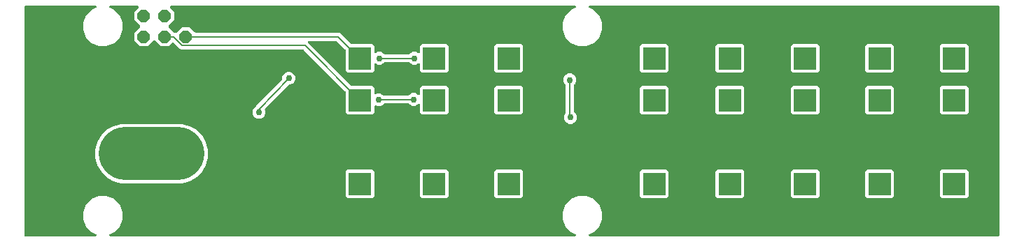
<source format=gbr>
G04 EAGLE Gerber X2 export*
%TF.Part,Single*%
%TF.FileFunction,Copper,L2,Bot,Mixed*%
%TF.FilePolarity,Positive*%
%TF.GenerationSoftware,Autodesk,EAGLE,8.6.0*%
%TF.CreationDate,2018-06-26T05:58:37Z*%
G75*
%MOMM*%
%FSLAX34Y34*%
%LPD*%
%AMOC8*
5,1,8,0,0,1.08239X$1,22.5*%
G01*
%ADD10R,2.670000X2.670000*%
%ADD11C,6.416000*%
%ADD12P,1.649562X8X22.500000*%
%ADD13C,0.756400*%
%ADD14C,0.203200*%

G36*
X26174Y10169D02*
X26174Y10169D01*
X26244Y10168D01*
X26331Y10189D01*
X26420Y10201D01*
X26485Y10226D01*
X26553Y10243D01*
X26632Y10285D01*
X26716Y10318D01*
X26772Y10359D01*
X26834Y10391D01*
X26901Y10452D01*
X26973Y10504D01*
X27018Y10558D01*
X27069Y10605D01*
X27119Y10680D01*
X27176Y10749D01*
X27206Y10813D01*
X27244Y10871D01*
X27273Y10956D01*
X27312Y11037D01*
X27325Y11106D01*
X27347Y11172D01*
X27354Y11261D01*
X27371Y11349D01*
X27367Y11419D01*
X27373Y11489D01*
X27357Y11577D01*
X27352Y11667D01*
X27330Y11733D01*
X27318Y11802D01*
X27281Y11884D01*
X27254Y11969D01*
X27216Y12028D01*
X27188Y12092D01*
X27132Y12162D01*
X27083Y12238D01*
X27033Y12286D01*
X26989Y12340D01*
X26917Y12395D01*
X26852Y12456D01*
X26791Y12490D01*
X26735Y12532D01*
X26590Y12603D01*
X21456Y14729D01*
X14729Y21456D01*
X11089Y30244D01*
X11089Y39756D01*
X14729Y48544D01*
X21456Y55271D01*
X30244Y58911D01*
X39756Y58911D01*
X48544Y55271D01*
X55271Y48544D01*
X58911Y39756D01*
X58911Y30244D01*
X55271Y21456D01*
X48544Y14729D01*
X43410Y12603D01*
X43349Y12568D01*
X43284Y12542D01*
X43211Y12490D01*
X43133Y12445D01*
X43083Y12397D01*
X43027Y12356D01*
X42969Y12286D01*
X42905Y12224D01*
X42869Y12164D01*
X42824Y12111D01*
X42786Y12029D01*
X42739Y11953D01*
X42718Y11886D01*
X42688Y11823D01*
X42672Y11735D01*
X42645Y11649D01*
X42642Y11579D01*
X42629Y11510D01*
X42634Y11421D01*
X42630Y11331D01*
X42644Y11263D01*
X42648Y11193D01*
X42676Y11108D01*
X42694Y11020D01*
X42725Y10957D01*
X42746Y10891D01*
X42794Y10815D01*
X42834Y10734D01*
X42879Y10681D01*
X42917Y10622D01*
X42982Y10560D01*
X43040Y10492D01*
X43097Y10452D01*
X43148Y10404D01*
X43227Y10361D01*
X43300Y10309D01*
X43366Y10284D01*
X43427Y10250D01*
X43514Y10228D01*
X43598Y10196D01*
X43667Y10188D01*
X43735Y10171D01*
X43895Y10161D01*
X606105Y10161D01*
X606174Y10169D01*
X606244Y10168D01*
X606331Y10189D01*
X606420Y10201D01*
X606485Y10226D01*
X606553Y10243D01*
X606632Y10285D01*
X606716Y10318D01*
X606772Y10359D01*
X606834Y10391D01*
X606901Y10452D01*
X606973Y10504D01*
X607018Y10558D01*
X607069Y10605D01*
X607119Y10680D01*
X607176Y10749D01*
X607206Y10813D01*
X607244Y10871D01*
X607273Y10956D01*
X607312Y11037D01*
X607325Y11106D01*
X607347Y11172D01*
X607354Y11261D01*
X607371Y11349D01*
X607367Y11419D01*
X607373Y11489D01*
X607357Y11577D01*
X607352Y11667D01*
X607330Y11733D01*
X607318Y11802D01*
X607281Y11884D01*
X607254Y11969D01*
X607216Y12028D01*
X607188Y12092D01*
X607132Y12162D01*
X607083Y12238D01*
X607033Y12286D01*
X606989Y12340D01*
X606917Y12395D01*
X606852Y12456D01*
X606791Y12490D01*
X606735Y12532D01*
X606590Y12603D01*
X601456Y14729D01*
X594729Y21456D01*
X591089Y30244D01*
X591089Y39756D01*
X594729Y48544D01*
X601456Y55271D01*
X610244Y58911D01*
X619756Y58911D01*
X628544Y55271D01*
X635271Y48544D01*
X638911Y39756D01*
X638911Y30244D01*
X635271Y21456D01*
X628544Y14729D01*
X623410Y12603D01*
X623349Y12568D01*
X623284Y12542D01*
X623211Y12490D01*
X623133Y12445D01*
X623083Y12397D01*
X623027Y12356D01*
X622969Y12286D01*
X622905Y12224D01*
X622869Y12164D01*
X622824Y12111D01*
X622786Y12029D01*
X622739Y11953D01*
X622718Y11886D01*
X622688Y11823D01*
X622672Y11735D01*
X622645Y11649D01*
X622642Y11579D01*
X622629Y11510D01*
X622634Y11421D01*
X622630Y11331D01*
X622644Y11263D01*
X622648Y11193D01*
X622676Y11108D01*
X622694Y11020D01*
X622725Y10957D01*
X622746Y10891D01*
X622794Y10815D01*
X622834Y10734D01*
X622879Y10681D01*
X622917Y10622D01*
X622982Y10560D01*
X623040Y10492D01*
X623097Y10452D01*
X623148Y10404D01*
X623227Y10361D01*
X623300Y10309D01*
X623366Y10284D01*
X623427Y10250D01*
X623514Y10228D01*
X623598Y10196D01*
X623667Y10188D01*
X623735Y10171D01*
X623895Y10161D01*
X1118570Y10161D01*
X1118688Y10176D01*
X1118807Y10183D01*
X1118845Y10196D01*
X1118886Y10201D01*
X1118996Y10244D01*
X1119109Y10281D01*
X1119144Y10303D01*
X1119181Y10318D01*
X1119277Y10387D01*
X1119378Y10451D01*
X1119406Y10481D01*
X1119439Y10504D01*
X1119515Y10596D01*
X1119596Y10683D01*
X1119616Y10718D01*
X1119641Y10749D01*
X1119692Y10857D01*
X1119750Y10961D01*
X1119760Y11001D01*
X1119777Y11037D01*
X1119799Y11154D01*
X1119829Y11269D01*
X1119833Y11329D01*
X1119837Y11349D01*
X1119835Y11370D01*
X1119839Y11430D01*
X1119839Y288570D01*
X1119824Y288688D01*
X1119817Y288807D01*
X1119804Y288845D01*
X1119799Y288886D01*
X1119756Y288996D01*
X1119719Y289109D01*
X1119697Y289144D01*
X1119682Y289181D01*
X1119613Y289277D01*
X1119549Y289378D01*
X1119519Y289406D01*
X1119496Y289439D01*
X1119404Y289515D01*
X1119317Y289596D01*
X1119282Y289616D01*
X1119251Y289641D01*
X1119143Y289692D01*
X1119039Y289750D01*
X1118999Y289760D01*
X1118963Y289777D01*
X1118846Y289799D01*
X1118731Y289829D01*
X1118671Y289833D01*
X1118651Y289837D01*
X1118630Y289835D01*
X1118570Y289839D01*
X623895Y289839D01*
X623826Y289831D01*
X623756Y289832D01*
X623669Y289811D01*
X623580Y289799D01*
X623515Y289774D01*
X623447Y289757D01*
X623368Y289715D01*
X623284Y289682D01*
X623228Y289641D01*
X623166Y289609D01*
X623099Y289548D01*
X623027Y289496D01*
X622982Y289442D01*
X622931Y289395D01*
X622881Y289320D01*
X622824Y289251D01*
X622794Y289187D01*
X622756Y289129D01*
X622727Y289044D01*
X622688Y288963D01*
X622675Y288894D01*
X622653Y288828D01*
X622646Y288739D01*
X622629Y288651D01*
X622633Y288581D01*
X622627Y288511D01*
X622643Y288423D01*
X622648Y288333D01*
X622670Y288267D01*
X622682Y288198D01*
X622719Y288116D01*
X622746Y288031D01*
X622784Y287972D01*
X622812Y287908D01*
X622868Y287838D01*
X622917Y287762D01*
X622967Y287714D01*
X623011Y287660D01*
X623083Y287605D01*
X623148Y287544D01*
X623209Y287510D01*
X623265Y287468D01*
X623410Y287397D01*
X628544Y285271D01*
X635271Y278544D01*
X638911Y269756D01*
X638911Y260244D01*
X635271Y251456D01*
X628544Y244729D01*
X619756Y241089D01*
X610244Y241089D01*
X601456Y244729D01*
X594729Y251456D01*
X591089Y260244D01*
X591089Y269756D01*
X594729Y278544D01*
X601456Y285271D01*
X606590Y287397D01*
X606651Y287432D01*
X606716Y287458D01*
X606789Y287510D01*
X606867Y287555D01*
X606917Y287603D01*
X606973Y287644D01*
X607031Y287714D01*
X607095Y287776D01*
X607131Y287836D01*
X607176Y287889D01*
X607214Y287971D01*
X607261Y288047D01*
X607282Y288114D01*
X607312Y288177D01*
X607328Y288265D01*
X607355Y288351D01*
X607358Y288421D01*
X607371Y288490D01*
X607366Y288579D01*
X607370Y288669D01*
X607356Y288737D01*
X607352Y288807D01*
X607324Y288892D01*
X607306Y288980D01*
X607275Y289043D01*
X607254Y289109D01*
X607206Y289185D01*
X607166Y289266D01*
X607121Y289319D01*
X607083Y289378D01*
X607018Y289440D01*
X606960Y289508D01*
X606903Y289548D01*
X606852Y289596D01*
X606773Y289639D01*
X606700Y289691D01*
X606634Y289716D01*
X606573Y289750D01*
X606486Y289772D01*
X606402Y289804D01*
X606333Y289812D01*
X606265Y289829D01*
X606105Y289839D01*
X117359Y289839D01*
X117222Y289822D01*
X117083Y289809D01*
X117064Y289802D01*
X117044Y289799D01*
X116915Y289748D01*
X116784Y289701D01*
X116767Y289690D01*
X116748Y289682D01*
X116635Y289601D01*
X116520Y289523D01*
X116507Y289507D01*
X116491Y289496D01*
X116402Y289388D01*
X116310Y289284D01*
X116301Y289266D01*
X116288Y289251D01*
X116229Y289125D01*
X116165Y289001D01*
X116161Y288981D01*
X116152Y288963D01*
X116126Y288827D01*
X116096Y288691D01*
X116096Y288670D01*
X116092Y288651D01*
X116101Y288512D01*
X116105Y288373D01*
X116111Y288353D01*
X116112Y288333D01*
X116155Y288201D01*
X116194Y288067D01*
X116204Y288050D01*
X116210Y288031D01*
X116285Y287913D01*
X116355Y287793D01*
X116374Y287772D01*
X116380Y287762D01*
X116395Y287748D01*
X116462Y287673D01*
X121621Y282513D01*
X121621Y272887D01*
X114632Y265897D01*
X114559Y265803D01*
X114480Y265714D01*
X114462Y265678D01*
X114437Y265646D01*
X114389Y265537D01*
X114335Y265431D01*
X114326Y265392D01*
X114310Y265354D01*
X114292Y265237D01*
X114266Y265121D01*
X114267Y265080D01*
X114261Y265040D01*
X114272Y264922D01*
X114275Y264803D01*
X114287Y264764D01*
X114290Y264724D01*
X114331Y264611D01*
X114364Y264497D01*
X114384Y264462D01*
X114398Y264424D01*
X114465Y264326D01*
X114525Y264223D01*
X114565Y264178D01*
X114577Y264161D01*
X114592Y264148D01*
X114632Y264102D01*
X121314Y257420D01*
X121322Y257414D01*
X121327Y257407D01*
X121447Y257317D01*
X121565Y257225D01*
X121574Y257221D01*
X121581Y257216D01*
X121726Y257145D01*
X122417Y256859D01*
X122445Y256851D01*
X122471Y256838D01*
X122598Y256809D01*
X122723Y256775D01*
X122753Y256774D01*
X122782Y256768D01*
X122911Y256772D01*
X123041Y256770D01*
X123070Y256777D01*
X123099Y256778D01*
X123224Y256814D01*
X123351Y256844D01*
X123377Y256858D01*
X123405Y256866D01*
X123517Y256932D01*
X123632Y256993D01*
X123653Y257013D01*
X123679Y257028D01*
X123800Y257134D01*
X130587Y263921D01*
X140213Y263921D01*
X146446Y257688D01*
X146524Y257628D01*
X146596Y257560D01*
X146649Y257531D01*
X146697Y257494D01*
X146788Y257454D01*
X146875Y257406D01*
X146933Y257391D01*
X146989Y257367D01*
X147087Y257352D01*
X147182Y257327D01*
X147283Y257321D01*
X147303Y257317D01*
X147315Y257319D01*
X147343Y257317D01*
X320898Y257317D01*
X322742Y256553D01*
X324332Y254963D01*
X335372Y243922D01*
X335451Y243862D01*
X335523Y243794D01*
X335576Y243765D01*
X335624Y243728D01*
X335714Y243688D01*
X335801Y243640D01*
X335860Y243625D01*
X335915Y243601D01*
X336013Y243586D01*
X336109Y243561D01*
X336209Y243555D01*
X336229Y243551D01*
X336242Y243553D01*
X336270Y243551D01*
X361007Y243551D01*
X363351Y241207D01*
X363351Y234078D01*
X363357Y234029D01*
X363355Y233979D01*
X363377Y233872D01*
X363391Y233763D01*
X363409Y233716D01*
X363419Y233668D01*
X363467Y233569D01*
X363508Y233467D01*
X363537Y233427D01*
X363559Y233382D01*
X363630Y233299D01*
X363694Y233210D01*
X363733Y233178D01*
X363765Y233140D01*
X363855Y233077D01*
X363939Y233007D01*
X363984Y232986D01*
X364025Y232957D01*
X364128Y232918D01*
X364227Y232871D01*
X364276Y232862D01*
X364322Y232844D01*
X364432Y232832D01*
X364539Y232811D01*
X364589Y232815D01*
X364638Y232809D01*
X364747Y232824D01*
X364857Y232831D01*
X364904Y232847D01*
X364953Y232853D01*
X365106Y232906D01*
X367827Y234033D01*
X370923Y234033D01*
X373784Y232848D01*
X374993Y231638D01*
X375071Y231578D01*
X375143Y231510D01*
X375196Y231481D01*
X375244Y231444D01*
X375335Y231404D01*
X375422Y231356D01*
X375480Y231341D01*
X375536Y231317D01*
X375634Y231302D01*
X375730Y231277D01*
X375830Y231271D01*
X375850Y231267D01*
X375862Y231269D01*
X375890Y231267D01*
X405360Y231267D01*
X405458Y231279D01*
X405557Y231282D01*
X405615Y231299D01*
X405675Y231307D01*
X405767Y231343D01*
X405862Y231371D01*
X405915Y231401D01*
X405971Y231424D01*
X406051Y231482D01*
X406136Y231532D01*
X406212Y231598D01*
X406228Y231610D01*
X406236Y231620D01*
X406257Y231638D01*
X407466Y232848D01*
X410327Y234033D01*
X413423Y234033D01*
X416284Y232848D01*
X416482Y232649D01*
X416562Y232587D01*
X416631Y232523D01*
X416664Y232504D01*
X416699Y232475D01*
X416718Y232466D01*
X416734Y232454D01*
X416834Y232411D01*
X416909Y232369D01*
X416942Y232361D01*
X416987Y232339D01*
X417007Y232336D01*
X417026Y232328D01*
X417141Y232309D01*
X417217Y232290D01*
X417262Y232287D01*
X417300Y232280D01*
X417320Y232281D01*
X417340Y232278D01*
X417366Y232280D01*
X417378Y232279D01*
X417380Y232279D01*
X417445Y232288D01*
X417478Y232291D01*
X417617Y232299D01*
X417636Y232306D01*
X417656Y232308D01*
X417685Y232318D01*
X417696Y232319D01*
X417760Y232345D01*
X417788Y232355D01*
X417919Y232397D01*
X417936Y232408D01*
X417956Y232415D01*
X417981Y232432D01*
X417991Y232436D01*
X418054Y232482D01*
X418071Y232493D01*
X418188Y232568D01*
X418202Y232582D01*
X418219Y232594D01*
X418238Y232615D01*
X418249Y232623D01*
X418306Y232693D01*
X418311Y232698D01*
X418406Y232799D01*
X418416Y232817D01*
X418429Y232832D01*
X418442Y232856D01*
X418451Y232868D01*
X418495Y232960D01*
X418560Y233078D01*
X418565Y233097D01*
X418574Y233115D01*
X418579Y233140D01*
X418587Y233156D01*
X418608Y233264D01*
X418639Y233386D01*
X418641Y233414D01*
X418644Y233426D01*
X418643Y233446D01*
X418643Y233449D01*
X418647Y233468D01*
X418646Y233487D01*
X418649Y233546D01*
X418649Y241207D01*
X420993Y243551D01*
X451007Y243551D01*
X453351Y241207D01*
X453351Y211193D01*
X451007Y208849D01*
X420993Y208849D01*
X418649Y211193D01*
X418649Y218954D01*
X418632Y219092D01*
X418619Y219230D01*
X418612Y219249D01*
X418609Y219269D01*
X418558Y219398D01*
X418511Y219529D01*
X418500Y219546D01*
X418492Y219565D01*
X418411Y219677D01*
X418333Y219792D01*
X418317Y219806D01*
X418306Y219822D01*
X418198Y219911D01*
X418094Y220003D01*
X418076Y220012D01*
X418061Y220025D01*
X417935Y220084D01*
X417811Y220147D01*
X417791Y220152D01*
X417773Y220161D01*
X417637Y220187D01*
X417501Y220217D01*
X417480Y220216D01*
X417461Y220220D01*
X417322Y220212D01*
X417183Y220207D01*
X417163Y220202D01*
X417143Y220201D01*
X417011Y220158D01*
X416877Y220119D01*
X416860Y220109D01*
X416841Y220103D01*
X416723Y220028D01*
X416603Y219957D01*
X416582Y219939D01*
X416572Y219932D01*
X416558Y219917D01*
X416482Y219851D01*
X416284Y219652D01*
X413423Y218467D01*
X410327Y218467D01*
X407466Y219652D01*
X406257Y220862D01*
X406179Y220922D01*
X406107Y220990D01*
X406054Y221019D01*
X406006Y221056D01*
X405915Y221096D01*
X405828Y221144D01*
X405770Y221159D01*
X405714Y221183D01*
X405616Y221198D01*
X405520Y221223D01*
X405420Y221229D01*
X405400Y221233D01*
X405388Y221231D01*
X405360Y221233D01*
X375890Y221233D01*
X375792Y221221D01*
X375693Y221218D01*
X375635Y221201D01*
X375575Y221193D01*
X375483Y221157D01*
X375388Y221129D01*
X375336Y221099D01*
X375279Y221076D01*
X375199Y221018D01*
X375114Y220968D01*
X375038Y220902D01*
X375022Y220890D01*
X375014Y220880D01*
X374993Y220862D01*
X373784Y219652D01*
X370923Y218467D01*
X367827Y218467D01*
X365106Y219594D01*
X365058Y219608D01*
X365013Y219629D01*
X364905Y219649D01*
X364799Y219678D01*
X364749Y219679D01*
X364700Y219689D01*
X364591Y219682D01*
X364481Y219683D01*
X364433Y219672D01*
X364383Y219669D01*
X364279Y219635D01*
X364172Y219609D01*
X364128Y219586D01*
X364081Y219571D01*
X363988Y219512D01*
X363891Y219461D01*
X363854Y219427D01*
X363812Y219401D01*
X363737Y219321D01*
X363655Y219247D01*
X363628Y219205D01*
X363594Y219169D01*
X363541Y219073D01*
X363481Y218981D01*
X363464Y218934D01*
X363440Y218890D01*
X363413Y218784D01*
X363377Y218680D01*
X363373Y218631D01*
X363361Y218583D01*
X363351Y218422D01*
X363351Y211193D01*
X361007Y208849D01*
X330993Y208849D01*
X328649Y211193D01*
X328649Y235930D01*
X328637Y236028D01*
X328634Y236127D01*
X328617Y236186D01*
X328609Y236246D01*
X328573Y236338D01*
X328545Y236433D01*
X328515Y236485D01*
X328492Y236541D01*
X328434Y236622D01*
X328384Y236707D01*
X328318Y236782D01*
X328306Y236799D01*
X328296Y236807D01*
X328278Y236828D01*
X318194Y246912D01*
X318115Y246972D01*
X318043Y247040D01*
X317990Y247069D01*
X317942Y247106D01*
X317851Y247146D01*
X317765Y247194D01*
X317706Y247209D01*
X317651Y247233D01*
X317553Y247248D01*
X317457Y247273D01*
X317357Y247279D01*
X317337Y247283D01*
X317324Y247281D01*
X317296Y247283D01*
X284276Y247283D01*
X284138Y247266D01*
X283999Y247253D01*
X283980Y247246D01*
X283960Y247243D01*
X283831Y247192D01*
X283700Y247145D01*
X283683Y247134D01*
X283664Y247126D01*
X283552Y247045D01*
X283437Y246967D01*
X283424Y246951D01*
X283407Y246940D01*
X283318Y246832D01*
X283226Y246728D01*
X283217Y246710D01*
X283204Y246695D01*
X283145Y246569D01*
X283082Y246445D01*
X283077Y246425D01*
X283069Y246407D01*
X283043Y246270D01*
X283012Y246135D01*
X283013Y246114D01*
X283009Y246095D01*
X283018Y245956D01*
X283022Y245817D01*
X283028Y245797D01*
X283029Y245777D01*
X283071Y245645D01*
X283110Y245511D01*
X283121Y245494D01*
X283127Y245475D01*
X283201Y245357D01*
X283272Y245237D01*
X283290Y245216D01*
X283297Y245206D01*
X283312Y245192D01*
X283378Y245117D01*
X284199Y244295D01*
X284200Y244295D01*
X335372Y193122D01*
X335451Y193062D01*
X335523Y192994D01*
X335576Y192965D01*
X335624Y192928D01*
X335715Y192888D01*
X335801Y192840D01*
X335860Y192825D01*
X335915Y192801D01*
X336013Y192786D01*
X336109Y192761D01*
X336209Y192755D01*
X336229Y192751D01*
X336242Y192753D01*
X336270Y192751D01*
X361007Y192751D01*
X363351Y190407D01*
X363351Y183712D01*
X363357Y183663D01*
X363355Y183613D01*
X363377Y183506D01*
X363391Y183397D01*
X363409Y183350D01*
X363419Y183302D01*
X363467Y183203D01*
X363508Y183101D01*
X363537Y183061D01*
X363559Y183016D01*
X363630Y182933D01*
X363694Y182844D01*
X363733Y182812D01*
X363765Y182774D01*
X363855Y182711D01*
X363939Y182641D01*
X363984Y182620D01*
X364025Y182591D01*
X364128Y182552D01*
X364227Y182505D01*
X364276Y182496D01*
X364322Y182478D01*
X364432Y182466D01*
X364539Y182445D01*
X364589Y182448D01*
X364638Y182443D01*
X364747Y182458D01*
X364857Y182465D01*
X364904Y182480D01*
X364953Y182487D01*
X365106Y182539D01*
X367202Y183408D01*
X370298Y183408D01*
X373159Y182223D01*
X373743Y181638D01*
X373821Y181578D01*
X373893Y181510D01*
X373946Y181481D01*
X373994Y181444D01*
X374085Y181404D01*
X374172Y181356D01*
X374230Y181341D01*
X374286Y181317D01*
X374384Y181302D01*
X374480Y181277D01*
X374580Y181271D01*
X374600Y181267D01*
X374612Y181269D01*
X374640Y181267D01*
X404735Y181267D01*
X404833Y181279D01*
X404932Y181282D01*
X404990Y181299D01*
X405050Y181307D01*
X405142Y181343D01*
X405237Y181371D01*
X405289Y181401D01*
X405346Y181424D01*
X405426Y181482D01*
X405511Y181532D01*
X405587Y181598D01*
X405603Y181610D01*
X405611Y181620D01*
X405632Y181638D01*
X406841Y182848D01*
X409702Y184033D01*
X412798Y184033D01*
X415659Y182848D01*
X416483Y182024D01*
X416592Y181939D01*
X416699Y181850D01*
X416718Y181841D01*
X416734Y181829D01*
X416861Y181774D01*
X416987Y181714D01*
X417007Y181711D01*
X417026Y181703D01*
X417164Y181681D01*
X417300Y181655D01*
X417320Y181656D01*
X417340Y181653D01*
X417479Y181666D01*
X417617Y181674D01*
X417636Y181681D01*
X417656Y181683D01*
X417788Y181730D01*
X417919Y181772D01*
X417937Y181783D01*
X417956Y181790D01*
X418071Y181868D01*
X418188Y181943D01*
X418202Y181957D01*
X418219Y181969D01*
X418311Y182073D01*
X418406Y182174D01*
X418416Y182192D01*
X418429Y182207D01*
X418492Y182331D01*
X418560Y182453D01*
X418565Y182472D01*
X418574Y182490D01*
X418604Y182626D01*
X418639Y182761D01*
X418641Y182789D01*
X418644Y182801D01*
X418643Y182821D01*
X418649Y182921D01*
X418649Y190407D01*
X420993Y192751D01*
X451007Y192751D01*
X453351Y190407D01*
X453351Y160393D01*
X451007Y158049D01*
X420993Y158049D01*
X418649Y160393D01*
X418649Y169579D01*
X418632Y169717D01*
X418619Y169855D01*
X418612Y169874D01*
X418609Y169894D01*
X418558Y170023D01*
X418511Y170154D01*
X418500Y170171D01*
X418492Y170190D01*
X418411Y170302D01*
X418333Y170417D01*
X418317Y170431D01*
X418306Y170447D01*
X418198Y170536D01*
X418094Y170628D01*
X418076Y170637D01*
X418061Y170650D01*
X417935Y170709D01*
X417811Y170772D01*
X417791Y170777D01*
X417773Y170786D01*
X417636Y170812D01*
X417501Y170842D01*
X417480Y170841D01*
X417461Y170845D01*
X417322Y170837D01*
X417183Y170832D01*
X417163Y170827D01*
X417143Y170826D01*
X417011Y170783D01*
X416877Y170744D01*
X416860Y170734D01*
X416841Y170728D01*
X416723Y170653D01*
X416603Y170582D01*
X416582Y170564D01*
X416572Y170557D01*
X416558Y170542D01*
X416483Y170476D01*
X415659Y169652D01*
X412798Y168467D01*
X409702Y168467D01*
X406841Y169652D01*
X405632Y170862D01*
X405554Y170922D01*
X405482Y170990D01*
X405429Y171019D01*
X405381Y171056D01*
X405290Y171096D01*
X405203Y171144D01*
X405145Y171159D01*
X405089Y171183D01*
X404991Y171198D01*
X404895Y171223D01*
X404795Y171229D01*
X404775Y171233D01*
X404763Y171231D01*
X404735Y171233D01*
X375890Y171233D01*
X375792Y171221D01*
X375693Y171218D01*
X375635Y171201D01*
X375575Y171193D01*
X375483Y171157D01*
X375388Y171129D01*
X375336Y171099D01*
X375279Y171076D01*
X375199Y171018D01*
X375114Y170968D01*
X375038Y170902D01*
X375022Y170890D01*
X375014Y170880D01*
X374993Y170862D01*
X373159Y169027D01*
X370298Y167842D01*
X367202Y167842D01*
X365106Y168711D01*
X365058Y168724D01*
X365013Y168745D01*
X364905Y168765D01*
X364799Y168794D01*
X364749Y168795D01*
X364700Y168805D01*
X364591Y168798D01*
X364481Y168800D01*
X364433Y168788D01*
X364383Y168785D01*
X364279Y168751D01*
X364172Y168725D01*
X364128Y168702D01*
X364081Y168687D01*
X363988Y168628D01*
X363891Y168577D01*
X363854Y168543D01*
X363812Y168517D01*
X363737Y168437D01*
X363655Y168363D01*
X363628Y168321D01*
X363594Y168285D01*
X363541Y168189D01*
X363481Y168097D01*
X363464Y168050D01*
X363440Y168007D01*
X363413Y167900D01*
X363377Y167796D01*
X363373Y167747D01*
X363361Y167699D01*
X363351Y167538D01*
X363351Y160393D01*
X361007Y158049D01*
X330993Y158049D01*
X328649Y160393D01*
X328649Y185130D01*
X328637Y185228D01*
X328634Y185327D01*
X328617Y185386D01*
X328609Y185446D01*
X328573Y185538D01*
X328545Y185633D01*
X328515Y185685D01*
X328492Y185741D01*
X328434Y185821D01*
X328384Y185907D01*
X328318Y185982D01*
X328306Y185999D01*
X328296Y186007D01*
X328278Y186028D01*
X278062Y236244D01*
X277983Y236304D01*
X277911Y236372D01*
X277858Y236401D01*
X277810Y236438D01*
X277719Y236478D01*
X277633Y236526D01*
X277574Y236541D01*
X277519Y236565D01*
X277421Y236580D01*
X277325Y236605D01*
X277225Y236611D01*
X277205Y236615D01*
X277192Y236613D01*
X277164Y236615D01*
X129983Y236615D01*
X128139Y237379D01*
X126550Y238969D01*
X120724Y244795D01*
X120630Y244868D01*
X120540Y244946D01*
X120505Y244965D01*
X120473Y244990D01*
X120363Y245037D01*
X120257Y245091D01*
X120218Y245100D01*
X120181Y245116D01*
X120063Y245135D01*
X119947Y245161D01*
X119907Y245159D01*
X119867Y245166D01*
X119748Y245155D01*
X119629Y245151D01*
X119590Y245140D01*
X119550Y245136D01*
X119438Y245096D01*
X119324Y245063D01*
X119289Y245042D01*
X119251Y245028D01*
X119152Y244961D01*
X119050Y244901D01*
X119004Y244861D01*
X118988Y244850D01*
X118974Y244834D01*
X118929Y244795D01*
X114813Y240679D01*
X105187Y240679D01*
X98197Y247668D01*
X98103Y247741D01*
X98014Y247820D01*
X97978Y247838D01*
X97946Y247863D01*
X97837Y247911D01*
X97731Y247965D01*
X97692Y247974D01*
X97654Y247990D01*
X97537Y248008D01*
X97421Y248034D01*
X97380Y248033D01*
X97340Y248039D01*
X97222Y248028D01*
X97103Y248025D01*
X97064Y248013D01*
X97024Y248010D01*
X96911Y247969D01*
X96797Y247936D01*
X96762Y247916D01*
X96724Y247902D01*
X96626Y247835D01*
X96523Y247775D01*
X96478Y247735D01*
X96461Y247723D01*
X96448Y247708D01*
X96402Y247668D01*
X89413Y240679D01*
X79787Y240679D01*
X72979Y247487D01*
X72979Y257113D01*
X79968Y264102D01*
X80041Y264197D01*
X80120Y264286D01*
X80138Y264322D01*
X80163Y264354D01*
X80211Y264463D01*
X80265Y264569D01*
X80274Y264608D01*
X80290Y264646D01*
X80308Y264763D01*
X80334Y264879D01*
X80333Y264920D01*
X80339Y264960D01*
X80328Y265078D01*
X80325Y265197D01*
X80313Y265236D01*
X80310Y265276D01*
X80269Y265389D01*
X80236Y265503D01*
X80216Y265537D01*
X80202Y265576D01*
X80135Y265674D01*
X80075Y265777D01*
X80035Y265822D01*
X80023Y265839D01*
X80008Y265852D01*
X79968Y265897D01*
X72979Y272887D01*
X72979Y282513D01*
X78138Y287673D01*
X78224Y287782D01*
X78312Y287889D01*
X78321Y287908D01*
X78333Y287924D01*
X78389Y288052D01*
X78448Y288177D01*
X78452Y288197D01*
X78460Y288216D01*
X78482Y288354D01*
X78508Y288490D01*
X78506Y288510D01*
X78509Y288530D01*
X78496Y288669D01*
X78488Y288807D01*
X78482Y288826D01*
X78480Y288846D01*
X78432Y288978D01*
X78390Y289109D01*
X78379Y289127D01*
X78372Y289146D01*
X78294Y289261D01*
X78220Y289378D01*
X78205Y289392D01*
X78193Y289409D01*
X78089Y289501D01*
X77988Y289596D01*
X77970Y289606D01*
X77955Y289619D01*
X77831Y289683D01*
X77709Y289750D01*
X77690Y289755D01*
X77672Y289764D01*
X77536Y289794D01*
X77402Y289829D01*
X77373Y289831D01*
X77362Y289834D01*
X77341Y289833D01*
X77241Y289839D01*
X43895Y289839D01*
X43826Y289831D01*
X43756Y289832D01*
X43669Y289811D01*
X43580Y289799D01*
X43515Y289774D01*
X43447Y289757D01*
X43368Y289715D01*
X43284Y289682D01*
X43228Y289641D01*
X43166Y289609D01*
X43099Y289548D01*
X43027Y289496D01*
X42982Y289442D01*
X42931Y289395D01*
X42881Y289320D01*
X42824Y289251D01*
X42794Y289187D01*
X42756Y289129D01*
X42727Y289044D01*
X42688Y288963D01*
X42675Y288894D01*
X42653Y288828D01*
X42646Y288739D01*
X42629Y288651D01*
X42633Y288581D01*
X42627Y288511D01*
X42643Y288423D01*
X42648Y288333D01*
X42670Y288267D01*
X42682Y288198D01*
X42719Y288116D01*
X42746Y288031D01*
X42784Y287972D01*
X42812Y287908D01*
X42868Y287838D01*
X42917Y287762D01*
X42967Y287714D01*
X43011Y287660D01*
X43083Y287605D01*
X43148Y287544D01*
X43209Y287510D01*
X43265Y287468D01*
X43410Y287397D01*
X48544Y285271D01*
X55271Y278544D01*
X58911Y269756D01*
X58911Y260244D01*
X55271Y251456D01*
X48544Y244729D01*
X39756Y241089D01*
X30244Y241089D01*
X21456Y244729D01*
X14729Y251456D01*
X11089Y260244D01*
X11089Y269756D01*
X14729Y278544D01*
X21456Y285271D01*
X26590Y287397D01*
X26651Y287432D01*
X26716Y287458D01*
X26789Y287510D01*
X26867Y287555D01*
X26917Y287603D01*
X26973Y287644D01*
X27031Y287714D01*
X27095Y287776D01*
X27131Y287836D01*
X27176Y287889D01*
X27214Y287971D01*
X27261Y288047D01*
X27282Y288114D01*
X27312Y288177D01*
X27328Y288265D01*
X27355Y288351D01*
X27358Y288421D01*
X27371Y288490D01*
X27366Y288579D01*
X27370Y288669D01*
X27356Y288737D01*
X27352Y288807D01*
X27324Y288892D01*
X27306Y288980D01*
X27275Y289043D01*
X27254Y289109D01*
X27206Y289185D01*
X27166Y289266D01*
X27121Y289319D01*
X27083Y289378D01*
X27018Y289440D01*
X26960Y289508D01*
X26903Y289548D01*
X26852Y289596D01*
X26773Y289639D01*
X26700Y289691D01*
X26634Y289716D01*
X26573Y289750D01*
X26486Y289772D01*
X26402Y289804D01*
X26333Y289812D01*
X26265Y289829D01*
X26105Y289839D01*
X-58570Y289839D01*
X-58688Y289824D01*
X-58807Y289817D01*
X-58845Y289804D01*
X-58886Y289799D01*
X-58996Y289756D01*
X-59109Y289719D01*
X-59144Y289697D01*
X-59181Y289682D01*
X-59277Y289613D01*
X-59378Y289549D01*
X-59406Y289519D01*
X-59439Y289496D01*
X-59515Y289404D01*
X-59596Y289317D01*
X-59616Y289282D01*
X-59641Y289251D01*
X-59692Y289143D01*
X-59750Y289039D01*
X-59760Y288999D01*
X-59777Y288963D01*
X-59799Y288846D01*
X-59829Y288731D01*
X-59833Y288671D01*
X-59837Y288651D01*
X-59835Y288630D01*
X-59839Y288570D01*
X-59839Y11430D01*
X-59824Y11312D01*
X-59817Y11193D01*
X-59804Y11155D01*
X-59799Y11114D01*
X-59756Y11004D01*
X-59719Y10891D01*
X-59697Y10856D01*
X-59682Y10819D01*
X-59613Y10723D01*
X-59549Y10622D01*
X-59519Y10594D01*
X-59496Y10561D01*
X-59404Y10485D01*
X-59317Y10404D01*
X-59282Y10384D01*
X-59251Y10359D01*
X-59143Y10308D01*
X-59039Y10250D01*
X-58999Y10240D01*
X-58963Y10223D01*
X-58846Y10201D01*
X-58731Y10171D01*
X-58671Y10167D01*
X-58651Y10163D01*
X-58630Y10165D01*
X-58570Y10161D01*
X26105Y10161D01*
X26174Y10169D01*
G37*
%LPC*%
G36*
X57170Y74419D02*
X57170Y74419D01*
X47993Y76878D01*
X39766Y81628D01*
X33048Y88346D01*
X28298Y96573D01*
X25839Y105750D01*
X25839Y115250D01*
X28298Y124427D01*
X33048Y132654D01*
X39766Y139372D01*
X47993Y144122D01*
X57170Y146581D01*
X130830Y146581D01*
X140007Y144122D01*
X148234Y139372D01*
X154952Y132654D01*
X159702Y124427D01*
X162161Y115250D01*
X162161Y105750D01*
X159702Y96573D01*
X154952Y88346D01*
X148234Y81628D01*
X140007Y76878D01*
X130830Y74419D01*
X57170Y74419D01*
G37*
%LPD*%
%LPC*%
G36*
X510993Y208849D02*
X510993Y208849D01*
X508649Y211193D01*
X508649Y241207D01*
X510993Y243551D01*
X541007Y243551D01*
X543351Y241207D01*
X543351Y211193D01*
X541007Y208849D01*
X510993Y208849D01*
G37*
%LPD*%
%LPC*%
G36*
X1049693Y208849D02*
X1049693Y208849D01*
X1047349Y211193D01*
X1047349Y241207D01*
X1049693Y243551D01*
X1079707Y243551D01*
X1082051Y241207D01*
X1082051Y211193D01*
X1079707Y208849D01*
X1049693Y208849D01*
G37*
%LPD*%
%LPC*%
G36*
X959693Y208849D02*
X959693Y208849D01*
X957349Y211193D01*
X957349Y241207D01*
X959693Y243551D01*
X989707Y243551D01*
X992051Y241207D01*
X992051Y211193D01*
X989707Y208849D01*
X959693Y208849D01*
G37*
%LPD*%
%LPC*%
G36*
X869693Y208849D02*
X869693Y208849D01*
X867349Y211193D01*
X867349Y241207D01*
X869693Y243551D01*
X899707Y243551D01*
X902051Y241207D01*
X902051Y211193D01*
X899707Y208849D01*
X869693Y208849D01*
G37*
%LPD*%
%LPC*%
G36*
X778693Y208849D02*
X778693Y208849D01*
X776349Y211193D01*
X776349Y241207D01*
X778693Y243551D01*
X808707Y243551D01*
X811051Y241207D01*
X811051Y211193D01*
X808707Y208849D01*
X778693Y208849D01*
G37*
%LPD*%
%LPC*%
G36*
X510993Y56449D02*
X510993Y56449D01*
X508649Y58793D01*
X508649Y88807D01*
X510993Y91151D01*
X541007Y91151D01*
X543351Y88807D01*
X543351Y58793D01*
X541007Y56449D01*
X510993Y56449D01*
G37*
%LPD*%
%LPC*%
G36*
X686993Y56449D02*
X686993Y56449D01*
X684649Y58793D01*
X684649Y88807D01*
X686993Y91151D01*
X717007Y91151D01*
X719351Y88807D01*
X719351Y58793D01*
X717007Y56449D01*
X686993Y56449D01*
G37*
%LPD*%
%LPC*%
G36*
X1049693Y158049D02*
X1049693Y158049D01*
X1047349Y160393D01*
X1047349Y190407D01*
X1049693Y192751D01*
X1079707Y192751D01*
X1082051Y190407D01*
X1082051Y160393D01*
X1079707Y158049D01*
X1049693Y158049D01*
G37*
%LPD*%
%LPC*%
G36*
X869693Y158049D02*
X869693Y158049D01*
X867349Y160393D01*
X867349Y190407D01*
X869693Y192751D01*
X899707Y192751D01*
X902051Y190407D01*
X902051Y160393D01*
X899707Y158049D01*
X869693Y158049D01*
G37*
%LPD*%
%LPC*%
G36*
X959693Y158049D02*
X959693Y158049D01*
X957349Y160393D01*
X957349Y190407D01*
X959693Y192751D01*
X989707Y192751D01*
X992051Y190407D01*
X992051Y160393D01*
X989707Y158049D01*
X959693Y158049D01*
G37*
%LPD*%
%LPC*%
G36*
X778693Y158049D02*
X778693Y158049D01*
X776349Y160393D01*
X776349Y190407D01*
X778693Y192751D01*
X808707Y192751D01*
X811051Y190407D01*
X811051Y160393D01*
X808707Y158049D01*
X778693Y158049D01*
G37*
%LPD*%
%LPC*%
G36*
X510993Y158049D02*
X510993Y158049D01*
X508649Y160393D01*
X508649Y190407D01*
X510993Y192751D01*
X541007Y192751D01*
X543351Y190407D01*
X543351Y160393D01*
X541007Y158049D01*
X510993Y158049D01*
G37*
%LPD*%
%LPC*%
G36*
X686993Y158049D02*
X686993Y158049D01*
X684649Y160393D01*
X684649Y190407D01*
X686993Y192751D01*
X717007Y192751D01*
X719351Y190407D01*
X719351Y160393D01*
X717007Y158049D01*
X686993Y158049D01*
G37*
%LPD*%
%LPC*%
G36*
X686993Y208849D02*
X686993Y208849D01*
X684649Y211193D01*
X684649Y241207D01*
X686993Y243551D01*
X717007Y243551D01*
X719351Y241207D01*
X719351Y211193D01*
X717007Y208849D01*
X686993Y208849D01*
G37*
%LPD*%
%LPC*%
G36*
X420993Y56449D02*
X420993Y56449D01*
X418649Y58793D01*
X418649Y88807D01*
X420993Y91151D01*
X451007Y91151D01*
X453351Y88807D01*
X453351Y58793D01*
X451007Y56449D01*
X420993Y56449D01*
G37*
%LPD*%
%LPC*%
G36*
X330993Y56449D02*
X330993Y56449D01*
X328649Y58793D01*
X328649Y88807D01*
X330993Y91151D01*
X361007Y91151D01*
X363351Y88807D01*
X363351Y58793D01*
X361007Y56449D01*
X330993Y56449D01*
G37*
%LPD*%
%LPC*%
G36*
X1049693Y56449D02*
X1049693Y56449D01*
X1047349Y58793D01*
X1047349Y88807D01*
X1049693Y91151D01*
X1079707Y91151D01*
X1082051Y88807D01*
X1082051Y58793D01*
X1079707Y56449D01*
X1049693Y56449D01*
G37*
%LPD*%
%LPC*%
G36*
X959693Y56449D02*
X959693Y56449D01*
X957349Y58793D01*
X957349Y88807D01*
X959693Y91151D01*
X989707Y91151D01*
X992051Y88807D01*
X992051Y58793D01*
X989707Y56449D01*
X959693Y56449D01*
G37*
%LPD*%
%LPC*%
G36*
X869693Y56449D02*
X869693Y56449D01*
X867349Y58793D01*
X867349Y88807D01*
X869693Y91151D01*
X899707Y91151D01*
X902051Y88807D01*
X902051Y58793D01*
X899707Y56449D01*
X869693Y56449D01*
G37*
%LPD*%
%LPC*%
G36*
X778693Y56449D02*
X778693Y56449D01*
X776349Y58793D01*
X776349Y88807D01*
X778693Y91151D01*
X808707Y91151D01*
X811051Y88807D01*
X811051Y58793D01*
X808707Y56449D01*
X778693Y56449D01*
G37*
%LPD*%
%LPC*%
G36*
X222202Y152842D02*
X222202Y152842D01*
X219341Y154027D01*
X217152Y156216D01*
X215967Y159077D01*
X215967Y162173D01*
X217152Y165034D01*
X219341Y167223D01*
X220393Y167658D01*
X220415Y167671D01*
X220439Y167679D01*
X220474Y167701D01*
X220484Y167705D01*
X220507Y167721D01*
X220553Y167750D01*
X220669Y167816D01*
X220688Y167834D01*
X220709Y167847D01*
X220827Y167957D01*
X251868Y200603D01*
X251917Y200670D01*
X251974Y200730D01*
X252011Y200797D01*
X252056Y200859D01*
X252087Y200936D01*
X252128Y201009D01*
X252147Y201083D01*
X252175Y201154D01*
X252186Y201236D01*
X252207Y201317D01*
X252216Y201462D01*
X252217Y201469D01*
X252217Y201472D01*
X252217Y201477D01*
X252217Y203423D01*
X253402Y206284D01*
X255591Y208473D01*
X258452Y209658D01*
X261548Y209658D01*
X264409Y208473D01*
X266598Y206284D01*
X267783Y203423D01*
X267783Y200327D01*
X266598Y197466D01*
X264409Y195277D01*
X261548Y194092D01*
X260067Y194092D01*
X259953Y194078D01*
X259838Y194071D01*
X259796Y194058D01*
X259752Y194052D01*
X259645Y194010D01*
X259535Y193975D01*
X259497Y193952D01*
X259456Y193935D01*
X259363Y193868D01*
X259265Y193807D01*
X259216Y193761D01*
X259199Y193749D01*
X259186Y193734D01*
X259147Y193698D01*
X231385Y164500D01*
X231377Y164489D01*
X231367Y164480D01*
X231283Y164361D01*
X231197Y164244D01*
X231192Y164231D01*
X231184Y164220D01*
X231132Y164084D01*
X231078Y163949D01*
X231076Y163935D01*
X231071Y163923D01*
X231055Y163777D01*
X231036Y163633D01*
X231037Y163620D01*
X231036Y163607D01*
X231056Y163462D01*
X231074Y163318D01*
X231079Y163305D01*
X231080Y163292D01*
X231132Y163139D01*
X231533Y162173D01*
X231533Y159077D01*
X230348Y156216D01*
X228159Y154027D01*
X225298Y152842D01*
X222202Y152842D01*
G37*
%LPD*%
%LPC*%
G36*
X599077Y146592D02*
X599077Y146592D01*
X596216Y147777D01*
X594027Y149966D01*
X592842Y152827D01*
X592842Y155923D01*
X594027Y158784D01*
X594612Y159368D01*
X594672Y159446D01*
X594740Y159518D01*
X594769Y159571D01*
X594806Y159619D01*
X594846Y159710D01*
X594894Y159797D01*
X594909Y159855D01*
X594933Y159911D01*
X594948Y160009D01*
X594973Y160105D01*
X594979Y160205D01*
X594983Y160225D01*
X594981Y160237D01*
X594983Y160265D01*
X594983Y193485D01*
X594971Y193583D01*
X594968Y193682D01*
X594951Y193740D01*
X594943Y193800D01*
X594907Y193892D01*
X594879Y193987D01*
X594849Y194039D01*
X594826Y194096D01*
X594768Y194176D01*
X594718Y194261D01*
X594652Y194337D01*
X594640Y194353D01*
X594630Y194361D01*
X594612Y194382D01*
X593402Y195591D01*
X592217Y198452D01*
X592217Y201548D01*
X593402Y204409D01*
X595591Y206598D01*
X598452Y207783D01*
X601548Y207783D01*
X604409Y206598D01*
X606598Y204409D01*
X607783Y201548D01*
X607783Y198452D01*
X606598Y195591D01*
X605388Y194382D01*
X605328Y194304D01*
X605260Y194232D01*
X605231Y194179D01*
X605194Y194131D01*
X605154Y194040D01*
X605106Y193953D01*
X605091Y193895D01*
X605067Y193839D01*
X605052Y193741D01*
X605027Y193645D01*
X605021Y193545D01*
X605017Y193525D01*
X605019Y193513D01*
X605017Y193485D01*
X605017Y161515D01*
X605029Y161417D01*
X605032Y161318D01*
X605049Y161260D01*
X605057Y161200D01*
X605093Y161108D01*
X605121Y161013D01*
X605151Y160961D01*
X605174Y160904D01*
X605232Y160824D01*
X605282Y160739D01*
X605348Y160663D01*
X605360Y160647D01*
X605370Y160639D01*
X605388Y160618D01*
X607223Y158784D01*
X608408Y155923D01*
X608408Y152827D01*
X607223Y149966D01*
X605034Y147777D01*
X602173Y146592D01*
X599077Y146592D01*
G37*
%LPD*%
D10*
X346000Y226200D03*
X346000Y175400D03*
X346000Y124600D03*
X346000Y73800D03*
X974700Y226200D03*
X974700Y175400D03*
X974700Y124600D03*
X974700Y73800D03*
X436000Y226200D03*
X436000Y175400D03*
X436000Y124600D03*
X436000Y73800D03*
X1064700Y226200D03*
X1064700Y175400D03*
X1064700Y124600D03*
X1064700Y73800D03*
X526000Y226200D03*
X526000Y175400D03*
X526000Y124600D03*
X526000Y73800D03*
X793700Y226200D03*
X793700Y175400D03*
X793700Y124600D03*
X793700Y73800D03*
X702000Y226200D03*
X702000Y175400D03*
X702000Y124600D03*
X702000Y73800D03*
X884700Y226200D03*
X884700Y175400D03*
X884700Y124600D03*
X884700Y73800D03*
D11*
X126080Y110500D02*
X61920Y110500D01*
X61920Y189500D02*
X126080Y189500D01*
D12*
X84600Y252300D03*
X84600Y277700D03*
X110000Y252300D03*
X110000Y277700D03*
X135400Y252300D03*
X135400Y277700D03*
D13*
X411875Y226250D03*
D14*
X369375Y226250D01*
D13*
X369375Y226250D03*
D14*
X346000Y226200D02*
X319900Y252300D01*
X135400Y252300D01*
D13*
X411250Y176250D03*
D14*
X369375Y176250D01*
X368750Y175625D01*
D13*
X368750Y175625D03*
D14*
X120313Y252300D02*
X110000Y252300D01*
X120313Y252300D02*
X130981Y241632D01*
X279768Y241632D02*
X346000Y175400D01*
X279768Y241632D02*
X130981Y241632D01*
X115000Y155000D02*
X113189Y154644D01*
D13*
X260000Y120000D03*
D14*
X341400Y120000D01*
X346000Y124600D01*
D13*
X260000Y100000D03*
X260000Y80000D03*
X239375Y221875D03*
X600000Y200000D03*
D14*
X600000Y155000D01*
X600625Y154375D01*
D13*
X600625Y154375D03*
X260000Y201875D03*
D14*
X223750Y163750D01*
X223750Y160625D01*
D13*
X223750Y160625D03*
M02*

</source>
